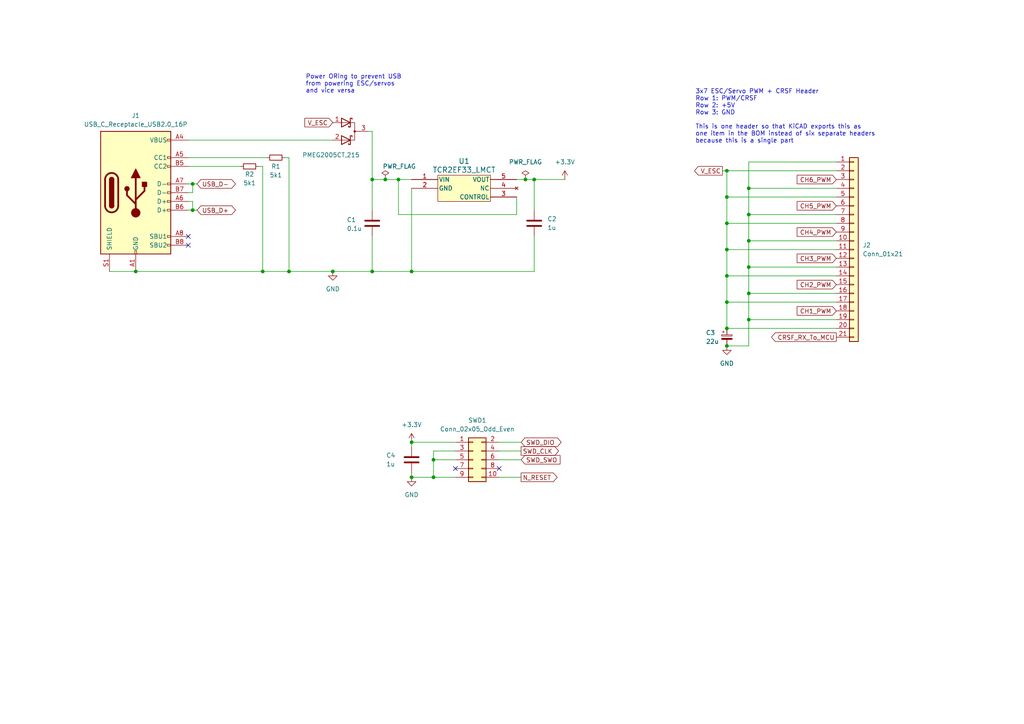
<source format=kicad_sch>
(kicad_sch (version 20250114) (generator "eeschema") (generator_version "9.0")
  (paper "A4")
  (lib_symbols
    (symbol "Connector:USB_C_Receptacle_USB2.0_16P" (pin_names (offset 1.016))
      (property "Reference" "J" (at 0 22.225 0))
      (property "Value" "USB_C_Receptacle_USB2.0_16P" (at 0 19.685 0))
      (symbol "USB_C_Receptacle_USB2.0_16P_0_0"
        (rectangle (start -0.254 -17.78) (end 0.254 -16.764))
        (rectangle (start 10.16 15.494) (end 9.144 14.986))
        (rectangle (start 10.16 10.414) (end 9.144 9.906))
        (rectangle (start 10.16 7.874) (end 9.144 7.366))
        (rectangle (start 10.16 2.794) (end 9.144 2.286))
        (rectangle (start 10.16 0.254) (end 9.144 -0.254))
        (rectangle (start 10.16 -2.286) (end 9.144 -2.794))
        (rectangle (start 10.16 -4.826) (end 9.144 -5.334))
        (rectangle (start 10.16 -12.446) (end 9.144 -12.954))
        (rectangle (start 10.16 -14.986) (end 9.144 -15.494))
      )
      (symbol "USB_C_Receptacle_USB2.0_16P_0_1"
        (rectangle (start -10.16 17.78) (end 10.16 -17.78) (stroke (width 0.254)) (fill (type background)))
        (polyline (pts (xy -8.89 -3.81) (xy -8.89 3.81)) (stroke (width 0.508)))
        (rectangle (start -7.62 -3.81) (end -6.35 3.81) (stroke (width 0.254)) (fill (type outline)))
        (arc (start -7.62 3.81) (mid -6.985 4.4423) (end -6.35 3.81) (stroke (width 0.254)))
        (arc (start -7.62 3.81) (mid -6.985 4.4423) (end -6.35 3.81) (stroke (width 0.254)) (fill (type outline)))
        (arc (start -8.89 3.81) (mid -6.985 5.7067) (end -5.08 3.81) (stroke (width 0.508)))
        (arc (start -5.08 -3.81) (mid -6.985 -5.7067) (end -8.89 -3.81) (stroke (width 0.508)))
        (arc (start -6.35 -3.81) (mid -6.985 -4.4423) (end -7.62 -3.81) (stroke (width 0.254)))
        (arc (start -6.35 -3.81) (mid -6.985 -4.4423) (end -7.62 -3.81) (stroke (width 0.254)) (fill (type outline)))
        (polyline (pts (xy -5.08 3.81) (xy -5.08 -3.81)) (stroke (width 0.508)))
        (circle (center -2.54 1.143) (radius 0.635) (stroke (width 0.254)) (fill (type outline)))
        (polyline (pts (xy -1.27 4.318) (xy 0 6.858) (xy 1.27 4.318) (xy -1.27 4.318)) (stroke (width 0.254)) (fill (type outline)))
        (polyline (pts (xy 0 -2.032) (xy 2.54 0.508) (xy 2.54 1.778)) (stroke (width 0.508)))
        (polyline (pts (xy 0 -3.302) (xy -2.54 -0.762) (xy -2.54 0.508)) (stroke (width 0.508)))
        (polyline (pts (xy 0 -5.842) (xy 0 4.318)) (stroke (width 0.508)))
        (circle (center 0 -5.842) (radius 1.27) (fill (type outline)))
        (rectangle (start 1.905 1.778) (end 3.175 3.048) (stroke (width 0.254)) (fill (type outline)))
      )
      (symbol "USB_C_Receptacle_USB2.0_16P_1_1"
        (pin passive line (at -7.62 -22.86 90) (length 5.08) (name "SHIELD") (number "S1"))
        (pin passive line (at 0 -22.86 90) (length 5.08) (name "GND") (number "A1"))
        (pin passive line (at 0 -22.86 90) (length 5.08) (hide yes) (name "GND") (number "A12"))
        (pin passive line (at 0 -22.86 90) (length 5.08) (hide yes) (name "GND") (number "B1"))
        (pin passive line (at 0 -22.86 90) (length 5.08) (hide yes) (name "GND") (number "B12"))
        (pin passive line (at 15.24 15.24 180) (length 5.08) (name "VBUS") (number "A4"))
        (pin passive line (at 15.24 15.24 180) (length 5.08) (hide yes) (name "VBUS") (number "A9"))
        (pin passive line (at 15.24 15.24 180) (length 5.08) (hide yes) (name "VBUS") (number "B4"))
        (pin passive line (at 15.24 15.24 180) (length 5.08) (hide yes) (name "VBUS") (number "B9"))
        (pin bidirectional line (at 15.24 10.16 180) (length 5.08) (name "CC1") (number "A5"))
        (pin bidirectional line (at 15.24 7.62 180) (length 5.08) (name "CC2") (number "B5"))
        (pin bidirectional line (at 15.24 2.54 180) (length 5.08) (name "D-") (number "A7"))
        (pin bidirectional line (at 15.24 0 180) (length 5.08) (name "D-") (number "B7"))
        (pin bidirectional line (at 15.24 -2.54 180) (length 5.08) (name "D+") (number "A6"))
        (pin bidirectional line (at 15.24 -5.08 180) (length 5.08) (name "D+") (number "B6"))
        (pin bidirectional line (at 15.24 -12.7 180) (length 5.08) (name "SBU1") (number "A8"))
        (pin bidirectional line (at 15.24 -15.24 180) (length 5.08) (name "SBU2") (number "B8"))
      )
    )
    (symbol "Connector_Generic:Conn_01x21" (pin_names (offset 1.016) (hide yes))
      (property "Reference" "J" (at 0 27.94 0))
      (property "Value" "Conn_01x21" (at 0 -27.94 0))
      (symbol "Conn_01x21_1_1"
        (rectangle (start -1.27 26.67) (end 1.27 -26.67) (stroke (width 0.254)) (fill (type background)))
        (rectangle (start -1.27 25.527) (end 0 25.273) (stroke (width 0.1524)))
        (rectangle (start -1.27 22.987) (end 0 22.733) (stroke (width 0.1524)))
        (rectangle (start -1.27 20.447) (end 0 20.193) (stroke (width 0.1524)))
        (rectangle (start -1.27 17.907) (end 0 17.653) (stroke (width 0.1524)))
        (rectangle (start -1.27 15.367) (end 0 15.113) (stroke (width 0.1524)))
        (rectangle (start -1.27 12.827) (end 0 12.573) (stroke (width 0.1524)))
        (rectangle (start -1.27 10.287) (end 0 10.033) (stroke (width 0.1524)))
        (rectangle (start -1.27 7.747) (end 0 7.493) (stroke (width 0.1524)))
        (rectangle (start -1.27 5.207) (end 0 4.953) (stroke (width 0.1524)))
        (rectangle (start -1.27 2.667) (end 0 2.413) (stroke (width 0.1524)))
        (rectangle (start -1.27 0.127) (end 0 -0.127) (stroke (width 0.1524)))
        (rectangle (start -1.27 -2.413) (end 0 -2.667) (stroke (width 0.1524)))
        (rectangle (start -1.27 -4.953) (end 0 -5.207) (stroke (width 0.1524)))
        (rectangle (start -1.27 -7.493) (end 0 -7.747) (stroke (width 0.1524)))
        (rectangle (start -1.27 -10.033) (end 0 -10.287) (stroke (width 0.1524)))
        (rectangle (start -1.27 -12.573) (end 0 -12.827) (stroke (width 0.1524)))
        (rectangle (start -1.27 -15.113) (end 0 -15.367) (stroke (width 0.1524)))
        (rectangle (start -1.27 -17.653) (end 0 -17.907) (stroke (width 0.1524)))
        (rectangle (start -1.27 -20.193) (end 0 -20.447) (stroke (width 0.1524)))
        (rectangle (start -1.27 -22.733) (end 0 -22.987) (stroke (width 0.1524)))
        (rectangle (start -1.27 -25.273) (end 0 -25.527) (stroke (width 0.1524)))
        (pin passive line (at -5.08 25.4 0) (length 3.81) (name "Pin_1") (number "1"))
        (pin passive line (at -5.08 22.86 0) (length 3.81) (name "Pin_2") (number "2"))
        (pin passive line (at -5.08 20.32 0) (length 3.81) (name "Pin_3") (number "3"))
        (pin passive line (at -5.08 17.78 0) (length 3.81) (name "Pin_4") (number "4"))
        (pin passive line (at -5.08 15.24 0) (length 3.81) (name "Pin_5") (number "5"))
        (pin passive line (at -5.08 12.7 0) (length 3.81) (name "Pin_6") (number "6"))
        (pin passive line (at -5.08 10.16 0) (length 3.81) (name "Pin_7") (number "7"))
        (pin passive line (at -5.08 7.62 0) (length 3.81) (name "Pin_8") (number "8"))
        (pin passive line (at -5.08 5.08 0) (length 3.81) (name "Pin_9") (number "9"))
        (pin passive line (at -5.08 2.54 0) (length 3.81) (name "Pin_10") (number "10"))
        (pin passive line (at -5.08 0 0) (length 3.81) (name "Pin_11") (number "11"))
        (pin passive line (at -5.08 -2.54 0) (length 3.81) (name "Pin_12") (number "12"))
        (pin passive line (at -5.08 -5.08 0) (length 3.81) (name "Pin_13") (number "13"))
        (pin passive line (at -5.08 -7.62 0) (length 3.81) (name "Pin_14") (number "14"))
        (pin passive line (at -5.08 -10.16 0) (length 3.81) (name "Pin_15") (number "15"))
        (pin passive line (at -5.08 -12.7 0) (length 3.81) (name "Pin_16") (number "16"))
        (pin passive line (at -5.08 -15.24 0) (length 3.81) (name "Pin_17") (number "17"))
        (pin passive line (at -5.08 -17.78 0) (length 3.81) (name "Pin_18") (number "18"))
        (pin passive line (at -5.08 -20.32 0) (length 3.81) (name "Pin_19") (number "19"))
        (pin passive line (at -5.08 -22.86 0) (length 3.81) (name "Pin_20") (number "20"))
        (pin passive line (at -5.08 -25.4 0) (length 3.81) (name "Pin_21") (number "21"))
      )
    )
    (symbol "Connector_Generic:Conn_02x05_Odd_Even" (pin_names (offset 1.016) (hide yes))
      (property "Reference" "J" (at 1.27 7.62 0))
      (property "Value" "Conn_02x05_Odd_Even" (at 1.27 -7.62 0))
      (symbol "Conn_02x05_Odd_Even_1_1"
        (rectangle (start -1.27 6.35) (end 3.81 -6.35) (stroke (width 0.254)) (fill (type background)))
        (rectangle (start -1.27 5.207) (end 0 4.953) (stroke (width 0.1524)))
        (rectangle (start -1.27 2.667) (end 0 2.413) (stroke (width 0.1524)))
        (rectangle (start -1.27 0.127) (end 0 -0.127) (stroke (width 0.1524)))
        (rectangle (start -1.27 -2.413) (end 0 -2.667) (stroke (width 0.1524)))
        (rectangle (start -1.27 -4.953) (end 0 -5.207) (stroke (width 0.1524)))
        (rectangle (start 3.81 5.207) (end 2.54 4.953) (stroke (width 0.1524)))
        (rectangle (start 3.81 2.667) (end 2.54 2.413) (stroke (width 0.1524)))
        (rectangle (start 3.81 0.127) (end 2.54 -0.127) (stroke (width 0.1524)))
        (rectangle (start 3.81 -2.413) (end 2.54 -2.667) (stroke (width 0.1524)))
        (rectangle (start 3.81 -4.953) (end 2.54 -5.207) (stroke (width 0.1524)))
        (pin passive line (at -5.08 5.08 0) (length 3.81) (name "Pin_1") (number "1"))
        (pin passive line (at -5.08 2.54 0) (length 3.81) (name "Pin_3") (number "3"))
        (pin passive line (at -5.08 0 0) (length 3.81) (name "Pin_5") (number "5"))
        (pin passive line (at -5.08 -2.54 0) (length 3.81) (name "Pin_7") (number "7"))
        (pin passive line (at -5.08 -5.08 0) (length 3.81) (name "Pin_9") (number "9"))
        (pin passive line (at 7.62 5.08 180) (length 3.81) (name "Pin_2") (number "2"))
        (pin passive line (at 7.62 2.54 180) (length 3.81) (name "Pin_4") (number "4"))
        (pin passive line (at 7.62 0 180) (length 3.81) (name "Pin_6") (number "6"))
        (pin passive line (at 7.62 -2.54 180) (length 3.81) (name "Pin_8") (number "8"))
        (pin passive line (at 7.62 -5.08 180) (length 3.81) (name "Pin_10") (number "10"))
      )
    )
    (symbol "Device:C" (pin_numbers (hide yes)) (pin_names (offset 0.254))
      (property "Reference" "C" (at 0.635 2.54 0))
      (property "Value" "C" (at 0.635 -2.54 0))
      (symbol "C_0_1"
        (polyline (pts (xy -2.032 0.762) (xy 2.032 0.762)) (stroke (width 0.508)))
        (polyline (pts (xy -2.032 -0.762) (xy 2.032 -0.762)) (stroke (width 0.508)))
      )
      (symbol "C_1_1"
        (pin passive line (at 0 3.81 270) (length 2.794) (name "~") (number "1"))
        (pin passive line (at 0 -3.81 90) (length 2.794) (name "~") (number "2"))
      )
    )
    (symbol "Device:C_Polarized_Small" (pin_numbers (hide yes)) (pin_names (offset 0.254) (hide yes))
      (property "Reference" "C" (at 0.254 1.778 0))
      (property "Value" "C_Polarized_Small" (at 0.254 -2.032 0))
      (symbol "C_Polarized_Small_0_1"
        (rectangle (start -1.524 0.6858) (end 1.524 0.3048))
        (rectangle (start -1.524 -0.3048) (end 1.524 -0.6858) (fill (type outline)))
        (polyline (pts (xy -1.27 1.524) (xy -0.762 1.524)))
        (polyline (pts (xy -1.016 1.27) (xy -1.016 1.778)))
      )
      (symbol "C_Polarized_Small_1_1"
        (pin passive line (at 0 2.54 270) (length 1.8542) (name "~") (number "1"))
        (pin passive line (at 0 -2.54 90) (length 1.8542) (name "~") (number "2"))
      )
    )
    (symbol "Device:D_Schottky_Dual_CommonCathode_AAK_Parallel" (pin_names (offset 0.762) (hide yes))
      (property "Reference" "D" (at 0 5.08 0))
      (property "Value" "D_Schottky_Dual_CommonCathode_AAK_Parallel" (at 0 -5.08 0))
      (symbol "D_Schottky_Dual_CommonCathode_AAK_Parallel_0_1"
        (polyline (pts (xy -2.54 3.81) (xy 0 2.54) (xy -2.54 1.27) (xy -2.54 3.81) (xy -2.54 3.81) (xy -2.54 3.81)) (stroke (width 0.254)))
        (polyline (pts (xy -2.54 -1.27) (xy 0 -2.54) (xy -2.54 -3.81) (xy -2.54 -1.27) (xy -2.54 -1.27) (xy -2.54 -1.27)) (stroke (width 0.254)))
        (polyline (pts (xy -2.54 -2.54) (xy 1.27 -2.54) (xy 1.27 2.54) (xy -2.54 2.54)))
        (polyline (pts (xy 0.508 3.556) (xy 0.508 3.81) (xy 0 3.81) (xy 0 1.27) (xy -0.508 1.27) (xy -0.508 1.524)) (stroke (width 0.254)))
        (polyline (pts (xy 0.508 -1.524) (xy 0.508 -1.27) (xy 0 -1.27) (xy 0 -3.81) (xy -0.508 -3.81) (xy -0.508 -3.556)) (stroke (width 0.254)))
        (polyline (pts (xy 1.27 0) (xy 2.54 0)))
        (circle (center 1.27 0) (radius 0.254) (fill (type outline)))
        (pin passive line (at -5.08 2.54 0) (length 2.54) (name "A") (number "1"))
        (pin passive line (at -5.08 -2.54 0) (length 2.54) (name "A") (number "2"))
        (pin passive line (at 5.08 0 180) (length 2.54) (name "K") (number "3"))
      )
    )
    (symbol "Device:R_Small" (pin_numbers (hide yes)) (pin_names (offset 0.254) (hide yes))
      (property "Reference" "R" (at 0.762 0.508 0))
      (property "Value" "R_Small" (at 0.762 -1.016 0))
      (symbol "R_Small_0_1"
        (rectangle (start -0.762 1.778) (end 0.762 -1.778) (stroke (width 0.2032)))
      )
      (symbol "R_Small_1_1"
        (pin passive line (at 0 2.54 270) (length 0.762) (name "~") (number "1"))
        (pin passive line (at 0 -2.54 90) (length 0.762) (name "~") (number "2"))
      )
    )
    (symbol "Regulator_Linear_Custom:TCR2EF33_LMCT" (pin_names (offset 0.254))
      (property "Reference" "U" (at 15.24 5.588 0))
      (property "Value" "TCR2EF33_LMCT" (at 15.24 3.048 0))
      (symbol "TCR2EF33_LMCT_0_1"
        (rectangle (start 7.62 1.27) (end 22.86 -6.35) (fill (type background)))
        (pin power_in line (at 0 0 0) (length 7.62) (name "VIN") (number "1"))
        (pin power_out line (at 0 -2.54 0) (length 7.62) (name "GND") (number "2"))
        (pin power_in line (at 30.48 0 180) (length 7.62) (name "VOUT") (number "5"))
        (pin no_connect line (at 30.48 -2.54 180) (length 7.62) (name "NC") (number "4"))
        (pin unspecified line (at 30.48 -5.08 180) (length 7.62) (name "CONTROL") (number "3"))
      )
    )
    (symbol "power:+3.3V" (power) (pin_numbers (hide yes)) (pin_names (offset 0) (hide yes))
      (property "Value" "+3.3V" (at 0 3.556 0))
      (symbol "+3.3V_0_1"
        (polyline (pts (xy -0.762 1.27) (xy 0 2.54)))
        (polyline (pts (xy 0 2.54) (xy 0.762 1.27)))
        (polyline (pts (xy 0 0) (xy 0 2.54)))
      )
      (symbol "+3.3V_1_1"
        (pin power_in line (at 0 0 90) (length 0) (name "~") (number "1"))
      )
    )
    (symbol "power:GND" (power) (pin_numbers (hide yes)) (pin_names (offset 0) (hide yes))
      (property "Value" "GND" (at 0 -3.81 0))
      (symbol "GND_0_1"
        (polyline (pts (xy 0 0) (xy 0 -1.27) (xy 1.27 -1.27) (xy 0 -2.54) (xy -1.27 -1.27) (xy 0 -1.27)))
      )
      (symbol "GND_1_1"
        (pin power_in line (at 0 0 270) (length 0) (name "~") (number "1"))
      )
    )
    (symbol "power:PWR_FLAG" (power) (pin_numbers (hide yes)) (pin_names (offset 0) (hide yes))
      (property "Value" "PWR_FLAG" (at 0 3.81 0))
      (symbol "PWR_FLAG_0_0"
        (pin power_out line (at 0 0 90) (length 0) (name "~") (number "1"))
      )
      (symbol "PWR_FLAG_0_1"
        (polyline (pts (xy 0 0) (xy 0 1.27) (xy -1.016 1.905) (xy 0 2.54) (xy 1.016 1.905) (xy 0 1.27)))
      )
    )
  )
  (text "Power ORing to prevent USB\nfrom powering ESC/servos\nand vice versa" (at 88.646 24.384 0) (effects (font (size 1.27 1.27)) (justify left)))
  (text "3x7 ESC/Servo PWM + CRSF Header\nRow 1: PWM/CRSF\nRow 2: +5V\nRow 3: GND\n\nThis is one header so that KiCAD exports this as\none item in the BOM instead of six separate headers\nbecause this is a single part" (at 201.676 33.782 0) (effects (font (size 1.27 1.27)) (justify left)))
  (junction (at 217.17 54.61))
  (junction (at 115.57 52.07))
  (junction (at 119.38 128.27))
  (junction (at 55.88 53.34))
  (junction (at 76.2 78.74))
  (junction (at 217.17 77.47))
  (junction (at 125.73 133.35))
  (junction (at 210.82 57.15))
  (junction (at 96.52 78.74))
  (junction (at 210.82 80.01))
  (junction (at 111.76 52.07))
  (junction (at 125.73 138.43))
  (junction (at 107.95 78.74))
  (junction (at 119.38 78.74))
  (junction (at 154.94 52.07))
  (junction (at 217.17 85.09))
  (junction (at 217.17 62.23))
  (junction (at 210.82 64.77))
  (junction (at 210.82 72.39))
  (junction (at 210.82 100.33))
  (junction (at 152.4 52.07))
  (junction (at 55.88 60.96))
  (junction (at 210.82 95.25))
  (junction (at 119.38 138.43))
  (junction (at 107.95 52.07))
  (junction (at 217.17 69.85))
  (junction (at 39.37 78.74))
  (junction (at 210.82 49.53))
  (junction (at 217.17 92.71))
  (junction (at 83.82 78.74))
  (junction (at 210.82 87.63))
  (no_connect (at 54.61 71.12))
  (no_connect (at 54.61 68.58))
  (no_connect (at 132.08 135.89))
  (no_connect (at 144.78 135.89))
  (wire (pts (xy 149.86 52.07) (xy 152.4 52.07)))
  (wire (pts (xy 115.57 52.07) (xy 119.38 52.07)))
  (wire (pts (xy 55.88 55.88) (xy 55.88 53.34)))
  (wire (pts (xy 132.08 130.81) (xy 125.73 130.81)))
  (wire (pts (xy 144.78 130.81) (xy 151.13 130.81)))
  (wire (pts (xy 76.2 48.26) (xy 76.2 78.74)))
  (wire (pts (xy 125.73 133.35) (xy 125.73 138.43)))
  (wire (pts (xy 54.61 60.96) (xy 55.88 60.96)))
  (wire (pts (xy 76.2 78.74) (xy 83.82 78.74)))
  (wire (pts (xy 217.17 77.47) (xy 242.57 77.47)))
  (wire (pts (xy 210.82 95.25) (xy 242.57 95.25)))
  (wire (pts (xy 210.82 64.77) (xy 210.82 57.15)))
  (wire (pts (xy 119.38 128.27) (xy 132.08 128.27)))
  (wire (pts (xy 69.85 48.26) (xy 54.61 48.26)))
  (wire (pts (xy 210.82 57.15) (xy 210.82 49.53)))
  (wire (pts (xy 55.88 60.96) (xy 57.15 60.96)))
  (wire (pts (xy 154.94 68.58) (xy 154.94 78.74)))
  (wire (pts (xy 55.88 58.42) (xy 55.88 60.96)))
  (wire (pts (xy 217.17 92.71) (xy 242.57 92.71)))
  (wire (pts (xy 55.88 53.34) (xy 57.15 53.34)))
  (wire (pts (xy 217.17 62.23) (xy 242.57 62.23)))
  (wire (pts (xy 242.57 80.01) (xy 210.82 80.01)))
  (wire (pts (xy 209.55 49.53) (xy 210.82 49.53)))
  (wire (pts (xy 217.17 77.47) (xy 217.17 85.09)))
  (wire (pts (xy 83.82 78.74) (xy 96.52 78.74)))
  (wire (pts (xy 217.17 54.61) (xy 217.17 62.23)))
  (wire (pts (xy 119.38 54.61) (xy 119.38 78.74)))
  (wire (pts (xy 217.17 46.99) (xy 217.17 54.61)))
  (wire (pts (xy 119.38 138.43) (xy 119.38 137.16)))
  (wire (pts (xy 107.95 78.74) (xy 119.38 78.74)))
  (wire (pts (xy 217.17 69.85) (xy 217.17 77.47)))
  (wire (pts (xy 242.57 72.39) (xy 210.82 72.39)))
  (wire (pts (xy 125.73 138.43) (xy 119.38 138.43)))
  (wire (pts (xy 217.17 54.61) (xy 242.57 54.61)))
  (wire (pts (xy 210.82 100.33) (xy 217.17 100.33)))
  (wire (pts (xy 242.57 87.63) (xy 210.82 87.63)))
  (wire (pts (xy 125.73 133.35) (xy 132.08 133.35)))
  (wire (pts (xy 217.17 62.23) (xy 217.17 69.85)))
  (wire (pts (xy 74.93 48.26) (xy 76.2 48.26)))
  (wire (pts (xy 217.17 85.09) (xy 217.17 92.71)))
  (wire (pts (xy 107.95 68.58) (xy 107.95 78.74)))
  (wire (pts (xy 111.76 52.07) (xy 115.57 52.07)))
  (wire (pts (xy 210.82 49.53) (xy 242.57 49.53)))
  (wire (pts (xy 107.95 38.1) (xy 106.68 38.1)))
  (wire (pts (xy 107.95 52.07) (xy 111.76 52.07)))
  (wire (pts (xy 242.57 46.99) (xy 217.17 46.99)))
  (wire (pts (xy 144.78 128.27) (xy 151.13 128.27)))
  (wire (pts (xy 144.78 138.43) (xy 151.13 138.43)))
  (wire (pts (xy 54.61 53.34) (xy 55.88 53.34)))
  (wire (pts (xy 54.61 58.42) (xy 55.88 58.42)))
  (wire (pts (xy 125.73 130.81) (xy 125.73 133.35)))
  (wire (pts (xy 96.52 40.64) (xy 54.61 40.64)))
  (wire (pts (xy 107.95 52.07) (xy 107.95 60.96)))
  (wire (pts (xy 115.57 62.23) (xy 115.57 52.07)))
  (wire (pts (xy 144.78 133.35) (xy 151.13 133.35)))
  (wire (pts (xy 39.37 78.74) (xy 76.2 78.74)))
  (wire (pts (xy 54.61 45.72) (xy 77.47 45.72)))
  (wire (pts (xy 54.61 55.88) (xy 55.88 55.88)))
  (wire (pts (xy 210.82 87.63) (xy 210.82 80.01)))
  (wire (pts (xy 132.08 138.43) (xy 125.73 138.43)))
  (wire (pts (xy 210.82 80.01) (xy 210.82 72.39)))
  (wire (pts (xy 242.57 57.15) (xy 210.82 57.15)))
  (wire (pts (xy 83.82 45.72) (xy 83.82 78.74)))
  (wire (pts (xy 217.17 85.09) (xy 242.57 85.09)))
  (wire (pts (xy 119.38 128.27) (xy 119.38 129.54)))
  (wire (pts (xy 217.17 92.71) (xy 217.17 100.33)))
  (wire (pts (xy 152.4 52.07) (xy 154.94 52.07)))
  (wire (pts (xy 217.17 69.85) (xy 242.57 69.85)))
  (wire (pts (xy 107.95 38.1) (xy 107.95 52.07)))
  (wire (pts (xy 149.86 62.23) (xy 115.57 62.23)))
  (wire (pts (xy 210.82 72.39) (xy 210.82 64.77)))
  (wire (pts (xy 96.52 78.74) (xy 107.95 78.74)))
  (wire (pts (xy 149.86 57.15) (xy 149.86 62.23)))
  (wire (pts (xy 154.94 52.07) (xy 163.83 52.07)))
  (wire (pts (xy 83.82 45.72) (xy 82.55 45.72)))
  (wire (pts (xy 31.75 78.74) (xy 39.37 78.74)))
  (wire (pts (xy 119.38 78.74) (xy 154.94 78.74)))
  (wire (pts (xy 210.82 95.25) (xy 210.82 87.63)))
  (wire (pts (xy 242.57 64.77) (xy 210.82 64.77)))
  (wire (pts (xy 154.94 52.07) (xy 154.94 60.96)))
  (global_label "CH6_PWM" (shape input) (at 242.57 52.07 180) (property "Intersheetrefs" "${INTERSHEET_REFS}" (effects (hide yes))))
  (global_label "V_ESC" (shape output) (at 209.55 49.53 180) (property "Intersheetrefs" "${INTERSHEET_REFS}" (effects (hide yes))))
  (global_label "CH3_PWM" (shape input) (at 242.57 74.93 180) (property "Intersheetrefs" "${INTERSHEET_REFS}" (effects (hide yes))))
  (global_label "SWD_SWO" (shape input) (at 151.13 133.35 0) (property "Intersheetrefs" "${INTERSHEET_REFS}" (effects (hide yes))))
  (global_label "USB_D-" (shape bidirectional) (at 57.15 53.34 0) (property "Intersheetrefs" "${INTERSHEET_REFS}" (effects (hide yes))))
  (global_label "USB_D+" (shape bidirectional) (at 57.15 60.96 0) (property "Intersheetrefs" "${INTERSHEET_REFS}" (effects (hide yes))))
  (global_label "N_RESET" (shape output) (at 151.13 138.43 0) (property "Intersheetrefs" "${INTERSHEET_REFS}" (effects (hide yes))))
  (global_label "SWD_CLK" (shape output) (at 151.13 130.81 0) (property "Intersheetrefs" "${INTERSHEET_REFS}" (effects (hide yes))))
  (global_label "V_ESC" (shape input) (at 96.52 35.56 180) (property "Intersheetrefs" "${INTERSHEET_REFS}" (effects (hide yes))))
  (global_label "SWD_DIO" (shape bidirectional) (at 151.13 128.27 0) (property "Intersheetrefs" "${INTERSHEET_REFS}" (effects (hide yes))))
  (global_label "CH2_PWM" (shape input) (at 242.57 82.55 180) (property "Intersheetrefs" "${INTERSHEET_REFS}" (effects (hide yes))))
  (global_label "CRSF_RX_To_MCU" (shape output) (at 242.57 97.79 180) (property "Intersheetrefs" "${INTERSHEET_REFS}" (effects (hide yes))))
  (global_label "CH4_PWM" (shape input) (at 242.57 67.31 180) (property "Intersheetrefs" "${INTERSHEET_REFS}" (effects (hide yes))))
  (global_label "CH5_PWM" (shape input) (at 242.57 59.69 180) (property "Intersheetrefs" "${INTERSHEET_REFS}" (effects (hide yes))))
  (global_label "CH1_PWM" (shape input) (at 242.57 90.17 180) (property "Intersheetrefs" "${INTERSHEET_REFS}" (effects (hide yes))))
  (symbol (lib_id "Device:R_Small") (at 80.01 45.72 90) (unit 1)
    (property "Reference" "R1" (at 80.01 48.26 90))
    (property "Value" "5k1" (at 80.01 50.8 90))
    (property "Footprint" "Resistor_SMD:R_0402_1005Metric_Pad0.72x0.64mm_HandSolder" (effects (hide yes)))
    (property "Description" "Resistor, small symbol" (effects (hide yes)))
    (property "Part Number" "13-RC0402FR-135K1LCT-ND" (effects (hide yes)))
    (property "MFN" "RC0402FR-135K1L" (effects (hide yes)))
  )
  (symbol (lib_id "Device:C") (at 119.38 133.35 0) (unit 1)
    (property "Reference" "C4" (at 112.014 132.08 0) (effects (justify left)))
    (property "Value" "1u" (at 112.014 134.62 0) (effects (justify left)))
    (property "Footprint" "Capacitor_SMD:C_0402_1005Metric_Pad0.74x0.62mm_HandSolder" (effects (hide yes)))
    (property "Description" "Unpolarized capacitor" (effects (hide yes)))
    (property "Part Number" "1276-1445-1-ND" (effects (hide yes)))
    (property "MFN" "CL05A105KA5NQNC" (effects (hide yes)))
  )
  (symbol (lib_id "Device:D_Schottky_Dual_CommonCathode_AAK_Parallel") (at 101.6 38.1 0) (unit 1)
    (property "Reference" "D1" (effects (hide yes)))
    (property "Value" "PMEG2005CT,215" (at 96.012 44.958 0))
    (property "Footprint" "Package_TO_SOT_SMD:SOT-23" (effects (hide yes)))
    (property "Description" "Dual Schottky diode, common cathode on pin 3" (effects (hide yes)))
    (property "Part Number" "1727-5188-2-ND" (effects (hide yes)))
    (property "MFN" "PMEG2005CT,215" (effects (hide yes)))
  )
  (symbol (lib_id "Device:C_Polarized_Small") (at 210.82 97.79 0) (unit 1)
    (property "Reference" "C3" (at 204.724 96.52 0) (effects (justify left)))
    (property "Value" "22u" (at 204.724 99.06 0) (effects (justify left)))
    (property "Footprint" "Capacitor_SMD:CP_Elec_4x5.4" (effects (hide yes)))
    (property "Description" "Polarized capacitor, small symbol" (effects (hide yes)))
    (property "Part Number" "732-8413-1-ND" (effects (hide yes)))
    (property "MFN" "865080340003" (effects (hide yes)))
  )
  (symbol (lib_id "power:GND") (at 119.38 138.43 0) (unit 1)
    (property "Reference" "#PWR05" (effects (hide yes)))
    (property "Value" "GND" (at 119.38 143.51 0))
    (property "Description" "Power symbol creates a global label with name \"GND\" , ground" (effects (hide yes)))
  )
  (symbol (lib_id "power:PWR_FLAG") (at 111.76 52.07 0) (unit 1)
    (property "Reference" "#FLG01" (effects (hide yes)))
    (property "Value" "PWR_FLAG" (at 115.824 48.26 0))
    (property "Description" "Special symbol for telling ERC where power comes from" (effects (hide yes)))
  )
  (symbol (lib_id "Device:R_Small") (at 72.39 48.26 90) (unit 1)
    (property "Reference" "R2" (at 72.39 50.546 90))
    (property "Value" "5k1" (at 72.39 53.086 90))
    (property "Footprint" "Resistor_SMD:R_0402_1005Metric_Pad0.72x0.64mm_HandSolder" (effects (hide yes)))
    (property "Description" "Resistor, small symbol" (effects (hide yes)))
    (property "Part Number" "13-RC0402FR-135K1LCT-ND" (effects (hide yes)))
    (property "MFN" "RC0402FR-135K1L" (effects (hide yes)))
  )
  (symbol (lib_id "Regulator_Linear_Custom:TCR2EF33_LMCT") (at 119.38 52.07 0) (unit 1)
    (property "Reference" "U1" (at 134.62 46.736 0) (effects (font (size 1.524 1.524))))
    (property "Value" "TCR2EF33_LMCT" (at 134.62 49.276 0) (effects (font (size 1.524 1.524))))
    (property "Footprint" "Package_TO_SOT_SMD_Custom:SOT-25 SMV_TOS" (effects (hide yes)))
    (property "Datasheet" "TCR2EF33_LMCT" (effects (hide yes)))
    (property "Description" "IC REG LINEAR 3.3V 200MA SMV" (effects (hide yes)))
    (property "Part Number" "TCR2EF33LM(CTTR-ND" (effects (hide yes)))
    (property "MFN" "TCR2EF33,LM(CT" (effects (hide yes)))
  )
  (symbol (lib_id "power:PWR_FLAG") (at 152.4 52.07 0) (unit 1)
    (property "Reference" "#FLG02" (effects (hide yes)))
    (property "Value" "PWR_FLAG" (at 152.4 46.99 0))
    (property "Description" "Special symbol for telling ERC where power comes from" (effects (hide yes)))
  )
  (symbol (lib_id "Device:C") (at 107.95 64.77 0) (unit 1)
    (property "Reference" "C1" (at 100.584 63.754 0) (effects (justify left)))
    (property "Value" "0.1u" (at 100.584 66.294 0) (effects (justify left)))
    (property "Footprint" "Capacitor_SMD:C_0402_1005Metric_Pad0.74x0.62mm_HandSolder" (effects (hide yes)))
    (property "Description" "Unpolarized capacitor" (effects (hide yes)))
    (property "Part Number" "1276-6720-1-ND" (effects (hide yes)))
    (property "MFN" "CL05B104KA5NNNC" (effects (hide yes)))
  )
  (symbol (lib_id "power:GND") (at 210.82 100.33 0) (unit 1)
    (property "Reference" "#PWR03" (effects (hide yes)))
    (property "Value" "GND" (at 210.82 105.41 0))
    (property "Description" "Power symbol creates a global label with name \"GND\" , ground" (effects (hide yes)))
  )
  (symbol (lib_id "power:+3.3V") (at 163.83 52.07 0) (unit 1)
    (property "Reference" "#PWR01" (effects (hide yes)))
    (property "Value" "+3.3V" (at 163.83 46.99 0))
    (property "Description" "Power symbol creates a global label with name \"+3.3V\"" (effects (hide yes)))
  )
  (symbol (lib_id "Connector_Generic:Conn_02x05_Odd_Even") (at 137.16 133.35 0) (unit 1)
    (property "Reference" "SWD1" (at 138.43 121.92 0))
    (property "Value" "Conn_02x05_Odd_Even" (at 138.43 124.46 0))
    (property "Footprint" "Connector_PinHeader_1.27mm:PinHeader_2x05_P1.27mm_Vertical" (effects (hide yes)))
    (property "Description" "Generic connector, double row, 02x05, odd/even pin numbering scheme (row 1 odd numbers, row 2 even numbers), script generated (kicad-library-utils/schlib/autogen/connector/)" (effects (hide yes)))
    (property "Part Number" "S9015E-05-ND" (effects (hide yes)))
    (property "MFN" "GRPB052VWVN-RC" (effects (hide yes)))
  )
  (symbol (lib_id "Device:C") (at 154.94 64.77 0) (unit 1)
    (property "Reference" "C2" (at 158.75 63.4999 0) (effects (justify left)))
    (property "Value" "1u" (at 158.75 66.0399 0) (effects (justify left)))
    (property "Footprint" "Capacitor_SMD:C_0402_1005Metric_Pad0.74x0.62mm_HandSolder" (effects (hide yes)))
    (property "Description" "Unpolarized capacitor" (effects (hide yes)))
    (property "Part Number" "1276-1445-1-ND" (effects (hide yes)))
    (property "MFN" "CL05A105KA5NQNC" (effects (hide yes)))
  )
  (symbol (lib_id "power:GND") (at 96.52 78.74 0) (unit 1)
    (property "Reference" "#PWR02" (effects (hide yes)))
    (property "Value" "GND" (at 96.52 83.82 0))
    (property "Description" "Power symbol creates a global label with name \"GND\" , ground" (effects (hide yes)))
  )
  (symbol (lib_id "Connector:USB_C_Receptacle_USB2.0_16P") (at 39.37 55.88 0) (unit 1)
    (property "Reference" "J1" (at 39.37 33.528 0))
    (property "Value" "USB_C_Receptacle_USB2.0_16P" (at 39.37 36.068 0))
    (property "Footprint" "Connector_USB:USB_C_Receptacle_GCT_USB4105-xx-A_16P_TopMnt_Horizontal" (effects (hide yes)))
    (property "Datasheet" "https://www.usb.org/sites/default/files/documents/usb_type-c.zip" (effects (hide yes)))
    (property "Description" "USB 2.0-only 16P Type-C Receptacle connector" (effects (hide yes)))
    (property "Part Number" "2073-USB4105-GF-ATR-ND" (effects (hide yes)))
    (property "MFN" "USB4105-GF-A" (effects (hide yes)))
  )
  (symbol (lib_id "power:+3.3V") (at 119.38 128.27 0) (unit 1)
    (property "Reference" "#PWR04" (effects (hide yes)))
    (property "Value" "+3.3V" (at 119.38 123.19 0))
    (property "Description" "Power symbol creates a global label with name \"+3.3V\"" (effects (hide yes)))
  )
  (symbol (lib_id "Connector_Generic:Conn_01x21") (at 247.65 72.39 0) (unit 1)
    (property "Reference" "J2" (at 250.19 71.1199 0) (effects (justify left)))
    (property "Value" "Conn_01x21" (at 250.19 73.6599 0) (effects (justify left)))
    (property "Footprint" "Connector_PinHeader_2.54mm_Custom:PinHeader_3x07_P2.54mm_Vertical" (effects (hide yes)))
    (property "Description" "Generic connector, single row, 01x21, script generated (kicad-library-utils/schlib/autogen/connector/)" (effects (hide yes)))
    (property "MFN" "TSW-107-26-F-T" (effects (hide yes)))
    (property "Part Number" "TSW-107-26-F-T-ND" (effects (hide yes)))
  )
)
</source>
